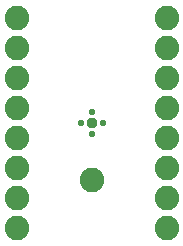
<source format=gbs>
G75*
%MOIN*%
%OFA0B0*%
%FSLAX25Y25*%
%IPPOS*%
%LPD*%
%AMOC8*
5,1,8,0,0,1.08239X$1,22.5*
%
%ADD10C,0.08200*%
%ADD11C,0.02178*%
%ADD12C,0.03778*%
D10*
X0010961Y0010724D03*
X0010961Y0020724D03*
X0010961Y0030724D03*
X0010961Y0040724D03*
X0010961Y0050724D03*
X0010961Y0060724D03*
X0010961Y0070724D03*
X0010961Y0080724D03*
X0035961Y0026551D03*
X0060961Y0030724D03*
X0060961Y0020724D03*
X0060961Y0010724D03*
X0060961Y0040724D03*
X0060961Y0050724D03*
X0060961Y0060724D03*
X0060961Y0070724D03*
X0060961Y0080724D03*
D11*
X0035961Y0049343D03*
X0039580Y0045724D03*
X0035961Y0042105D03*
X0032342Y0045724D03*
D12*
X0035961Y0045724D03*
M02*

</source>
